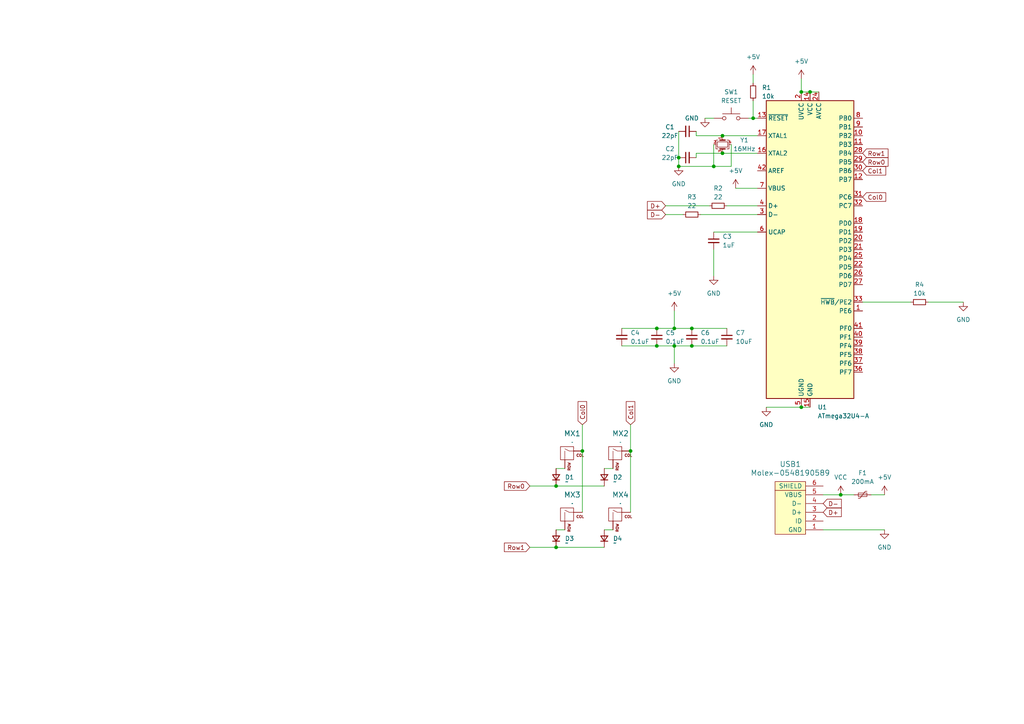
<source format=kicad_sch>
(kicad_sch (version 20230121) (generator eeschema)
  (paper "A4")
  (lib_symbols
    (symbol "Device:C_Small" (pin_numbers hide) (pin_names (offset 0.254) hide)
      (property "Reference" "C" (at 0.254 1.778 0))
      (property "Value" "C_Small" (at 0.254 -2.032 0))
      (symbol "C_Small_0_1"
        (polyline (pts (xy -1.524 -0.508) (xy 1.524 -0.508)) (stroke (width 0.3302)))
        (polyline (pts (xy -1.524 0.508) (xy 1.524 0.508)) (stroke (width 0.3048)))
      )
      (symbol "C_Small_1_1"
        (pin passive line (at 0 2.54 270) (length 2.032) (name "~") (number "1"))
        (pin passive line (at 0 -2.54 90) (length 2.032) (name "~") (number "2"))
      )
    )
    (symbol "Device:Crystal_GND24_Small" (pin_names (offset 1.016) hide)
      (property "Reference" "Y" (at 1.27 4.445 0))
      (property "Value" "Crystal_GND24_Small" (at 1.27 2.54 0))
      (symbol "Crystal_GND24_Small_0_1"
        (rectangle (start -0.762 -1.524) (end 0.762 1.524))
        (polyline (pts (xy -1.27 -0.762) (xy -1.27 0.762)) (stroke (width 0.381)))
        (polyline (pts (xy 1.27 -0.762) (xy 1.27 0.762)) (stroke (width 0.381)))
        (polyline (pts (xy -1.27 -1.27) (xy -1.27 -1.905) (xy 1.27 -1.905) (xy 1.27 -1.27)))
        (polyline (pts (xy -1.27 1.27) (xy -1.27 1.905) (xy 1.27 1.905) (xy 1.27 1.27)))
      )
      (symbol "Crystal_GND24_Small_1_1"
        (pin passive line (at -2.54 0 0) (length 1.27) (name "1") (number "1"))
        (pin passive line (at 0 -2.54 90) (length 0.635) (name "2") (number "2"))
        (pin passive line (at 2.54 0 180) (length 1.27) (name "3") (number "3"))
        (pin passive line (at 0 2.54 270) (length 0.635) (name "4") (number "4"))
      )
    )
    (symbol "Device:D_Small" (pin_numbers hide) (pin_names (offset 0.254) hide)
      (property "Reference" "D" (at -1.27 2.032 0))
      (property "Value" "D_Small" (at -3.81 -2.032 0))
      (symbol "D_Small_0_1"
        (polyline (pts (xy -0.762 -1.016) (xy -0.762 1.016)) (stroke (width 0.254)))
        (polyline (pts (xy -0.762 0) (xy 0.762 0)))
        (polyline (pts (xy 0.762 -1.016) (xy -0.762 0) (xy 0.762 1.016) (xy 0.762 -1.016)) (stroke (width 0.254)))
      )
      (symbol "D_Small_1_1"
        (pin passive line (at -2.54 0 0) (length 1.778) (name "K") (number "1"))
        (pin passive line (at 2.54 0 180) (length 1.778) (name "A") (number "2"))
      )
    )
    (symbol "Device:Polyfuse_Small" (pin_numbers hide) (pin_names (offset 0))
      (property "Reference" "F" (at -1.905 0 90))
      (property "Value" "Polyfuse_Small" (at 1.905 0 90))
      (symbol "Polyfuse_Small_0_1"
        (rectangle (start -0.508 1.27) (end 0.508 -1.27))
        (polyline (pts (xy 0 2.54) (xy 0 -2.54)))
        (polyline (pts (xy -1.016 1.27) (xy -1.016 0.762) (xy 1.016 -0.762) (xy 1.016 -1.27)))
      )
      (symbol "Polyfuse_Small_1_1"
        (pin passive line (at 0 2.54 270) (length 0.635) (name "~") (number "1"))
        (pin passive line (at 0 -2.54 90) (length 0.635) (name "~") (number "2"))
      )
    )
    (symbol "Device:R_Small" (pin_numbers hide) (pin_names (offset 0.254) hide)
      (property "Reference" "R" (at 0.762 0.508 0))
      (property "Value" "R_Small" (at 0.762 -1.016 0))
      (symbol "R_Small_0_1"
        (rectangle (start -0.762 1.778) (end 0.762 -1.778) (stroke (width 0.2032)))
      )
      (symbol "R_Small_1_1"
        (pin passive line (at 0 2.54 270) (length 0.762) (name "~") (number "1"))
        (pin passive line (at 0 -2.54 90) (length 0.762) (name "~") (number "2"))
      )
    )
    (symbol "MCU_Microchip_ATmega:ATmega32U4-A"
      (property "Reference" "U" (at -12.7 44.45 0))
      (property "Value" "ATmega32U4-A" (at 2.54 -44.45 0))
      (symbol "ATmega32U4-A_0_1"
        (rectangle (start -12.7 -43.18) (end 12.7 43.18) (stroke (width 0.254)) (fill (type background)))
      )
      (symbol "ATmega32U4-A_1_1"
        (pin bidirectional line (at 15.24 -17.78 180) (length 2.54) (name "PE6") (number "1"))
        (pin bidirectional line (at 15.24 33.02 180) (length 2.54) (name "PB2") (number "10"))
        (pin bidirectional line (at 15.24 30.48 180) (length 2.54) (name "PB3") (number "11"))
        (pin bidirectional line (at 15.24 20.32 180) (length 2.54) (name "PB7") (number "12"))
        (pin input line (at -15.24 38.1 0) (length 2.54) (name "~{RESET}") (number "13"))
        (pin power_in line (at 0 45.72 270) (length 2.54) (name "VCC") (number "14"))
        (pin power_in line (at 0 -45.72 90) (length 2.54) (name "GND") (number "15"))
        (pin output line (at -15.24 27.94 0) (length 2.54) (name "XTAL2") (number "16"))
        (pin input line (at -15.24 33.02 0) (length 2.54) (name "XTAL1") (number "17"))
        (pin bidirectional line (at 15.24 7.62 180) (length 2.54) (name "PD0") (number "18"))
        (pin bidirectional line (at 15.24 5.08 180) (length 2.54) (name "PD1") (number "19"))
        (pin power_in line (at -2.54 45.72 270) (length 2.54) (name "UVCC") (number "2"))
        (pin bidirectional line (at 15.24 2.54 180) (length 2.54) (name "PD2") (number "20"))
        (pin bidirectional line (at 15.24 0 180) (length 2.54) (name "PD3") (number "21"))
        (pin bidirectional line (at 15.24 -5.08 180) (length 2.54) (name "PD5") (number "22"))
        (pin passive line (at 0 -45.72 90) (length 2.54) hide (name "GND") (number "23"))
        (pin power_in line (at 2.54 45.72 270) (length 2.54) (name "AVCC") (number "24"))
        (pin bidirectional line (at 15.24 -2.54 180) (length 2.54) (name "PD4") (number "25"))
        (pin bidirectional line (at 15.24 -7.62 180) (length 2.54) (name "PD6") (number "26"))
        (pin bidirectional line (at 15.24 -10.16 180) (length 2.54) (name "PD7") (number "27"))
        (pin bidirectional line (at 15.24 27.94 180) (length 2.54) (name "PB4") (number "28"))
        (pin bidirectional line (at 15.24 25.4 180) (length 2.54) (name "PB5") (number "29"))
        (pin bidirectional line (at -15.24 10.16 0) (length 2.54) (name "D-") (number "3"))
        (pin bidirectional line (at 15.24 22.86 180) (length 2.54) (name "PB6") (number "30"))
        (pin bidirectional line (at 15.24 15.24 180) (length 2.54) (name "PC6") (number "31"))
        (pin bidirectional line (at 15.24 12.7 180) (length 2.54) (name "PC7") (number "32"))
        (pin bidirectional line (at 15.24 -15.24 180) (length 2.54) (name "~{HWB}/PE2") (number "33"))
        (pin passive line (at 0 45.72 270) (length 2.54) hide (name "VCC") (number "34"))
        (pin passive line (at 0 -45.72 90) (length 2.54) hide (name "GND") (number "35"))
        (pin bidirectional line (at 15.24 -35.56 180) (length 2.54) (name "PF7") (number "36"))
        (pin bidirectional line (at 15.24 -33.02 180) (length 2.54) (name "PF6") (number "37"))
        (pin bidirectional line (at 15.24 -30.48 180) (length 2.54) (name "PF5") (number "38"))
        (pin bidirectional line (at 15.24 -27.94 180) (length 2.54) (name "PF4") (number "39"))
        (pin bidirectional line (at -15.24 12.7 0) (length 2.54) (name "D+") (number "4"))
        (pin bidirectional line (at 15.24 -25.4 180) (length 2.54) (name "PF1") (number "40"))
        (pin bidirectional line (at 15.24 -22.86 180) (length 2.54) (name "PF0") (number "41"))
        (pin passive line (at -15.24 22.86 0) (length 2.54) (name "AREF") (number "42"))
        (pin passive line (at 0 -45.72 90) (length 2.54) hide (name "GND") (number "43"))
        (pin passive line (at 2.54 45.72 270) (length 2.54) hide (name "AVCC") (number "44"))
        (pin passive line (at -2.54 -45.72 90) (length 2.54) (name "UGND") (number "5"))
        (pin passive line (at -15.24 5.08 0) (length 2.54) (name "UCAP") (number "6"))
        (pin input line (at -15.24 17.78 0) (length 2.54) (name "VBUS") (number "7"))
        (pin bidirectional line (at 15.24 38.1 180) (length 2.54) (name "PB0") (number "8"))
        (pin bidirectional line (at 15.24 35.56 180) (length 2.54) (name "PB1") (number "9"))
      )
    )
    (symbol "MX_Alps_Hybrid:MX-NoLED" (pin_names (offset 1.016))
      (property "Reference" "MX" (at -0.635 3.81 0))
      (property "Value" "MX-NoLED" (at -0.635 1.27 0))
      (symbol "MX-NoLED_0_0"
        (rectangle (start -2.54 2.54) (end 1.27 -1.27))
        (polyline (pts (xy -1.27 -1.27) (xy -1.27 1.27)) (stroke (width 0.127)))
        (polyline (pts (xy 1.27 1.27) (xy 0 1.27) (xy -1.27 1.905)) (stroke (width 0.127)))
        (text "COL" (at 3.175 0 0) (effects (font (size 0.762 0.762))))
        (text "ROW" (at 0 -1.905 900) (effects (font (size 0.762 0.762)) (justify right)))
      )
      (symbol "MX-NoLED_1_1"
        (pin passive line (at 3.81 1.27 180) (length 2.54) (name "COL") (number "1"))
        (pin passive line (at -1.27 -3.81 90) (length 2.54) (name "ROW") (number "2"))
      )
    )
    (symbol "Switch:SW_Push" (pin_numbers hide) (pin_names (offset 1.016) hide)
      (property "Reference" "SW" (at 1.27 2.54 0))
      (property "Value" "SW_Push" (at 0 -1.524 0))
      (symbol "SW_Push_0_1"
        (circle (center -2.032 0) (radius 0.508))
        (polyline (pts (xy 0 1.27) (xy 0 3.048)))
        (polyline (pts (xy 2.54 1.27) (xy -2.54 1.27)))
        (circle (center 2.032 0) (radius 0.508))
        (pin passive line (at -5.08 0 0) (length 2.54) (name "1") (number "1"))
        (pin passive line (at 5.08 0 180) (length 2.54) (name "2") (number "2"))
      )
    )
    (symbol "power:+5V" (power) (pin_names (offset 0))
      (property "Value" "+5V" (at 0 3.556 0))
      (symbol "+5V_0_1"
        (polyline (pts (xy -0.762 1.27) (xy 0 2.54)))
        (polyline (pts (xy 0 0) (xy 0 2.54)))
        (polyline (pts (xy 0 2.54) (xy 0.762 1.27)))
      )
      (symbol "+5V_1_1"
        (pin power_in line (at 0 0 90) (length 0) hide (name "+5V") (number "1"))
      )
    )
    (symbol "power:GND" (power) (pin_names (offset 0))
      (property "Value" "GND" (at 0 -3.81 0))
      (symbol "GND_0_1"
        (polyline (pts (xy 0 0) (xy 0 -1.27) (xy 1.27 -1.27) (xy 0 -2.54) (xy -1.27 -1.27) (xy 0 -1.27)))
      )
      (symbol "GND_1_1"
        (pin power_in line (at 0 0 270) (length 0) hide (name "GND") (number "1"))
      )
    )
    (symbol "power:VCC" (power) (pin_names (offset 0))
      (property "Value" "VCC" (at 0 3.81 0))
      (symbol "VCC_0_1"
        (polyline (pts (xy -0.762 1.27) (xy 0 2.54)))
        (polyline (pts (xy 0 0) (xy 0 2.54)))
        (polyline (pts (xy 0 2.54) (xy 0.762 1.27)))
      )
      (symbol "VCC_1_1"
        (pin power_in line (at 0 0 90) (length 0) hide (name "VCC") (number "1"))
      )
    )
    (symbol "random-keyboard-parts:Molex-0548190589" (pin_names (offset 1.016))
      (property "Reference" "USB" (at 0 7.62 0))
      (property "Value" "Molex-0548190589" (at 0 10.16 0))
      (symbol "Molex-0548190589_0_0"
        (polyline (pts (xy 6.35 -2.54) (xy 6.35 6.35)))
        (rectangle (start 8.89 -2.54) (end -6.35 6.35) (fill (type background)))
      )
      (symbol "Molex-0548190589_1_1"
        (pin input line (at -5.08 -7.62 90) (length 5.08) (name "GND") (number "1"))
        (pin input line (at -2.54 -7.62 90) (length 5.08) (name "ID") (number "2"))
        (pin input line (at 0 -7.62 90) (length 5.08) (name "D+") (number "3"))
        (pin input line (at 2.54 -7.62 90) (length 5.08) (name "D-") (number "4"))
        (pin input line (at 5.08 -7.62 90) (length 5.08) (name "VBUS") (number "5"))
        (pin input line (at 7.62 -7.62 90) (length 5.08) (name "SHIELD") (number "6"))
      )
    )
  )
  (junction (at 161.29 140.97))
  (junction (at 182.88 130.81))
  (junction (at 200.66 100.33))
  (junction (at 232.41 26.67))
  (junction (at 161.29 158.75))
  (junction (at 196.85 45.72))
  (junction (at 190.5 95.25))
  (junction (at 190.5 100.33))
  (junction (at 207.01 48.26))
  (junction (at 209.55 39.37))
  (junction (at 243.84 143.51))
  (junction (at 209.55 44.45))
  (junction (at 195.58 95.25))
  (junction (at 168.91 130.81))
  (junction (at 218.44 34.29))
  (junction (at 232.41 118.11))
  (junction (at 200.66 95.25))
  (junction (at 196.85 48.26))
  (junction (at 195.58 100.33))
  (junction (at 234.95 26.67))
  (wire (pts (xy 161.29 140.97) (xy 153.67 140.97)))
  (wire (pts (xy 210.82 59.69) (xy 219.71 59.69)))
  (wire (pts (xy 204.47 34.29) (xy 207.01 34.29)))
  (wire (pts (xy 212.09 41.91) (xy 212.09 48.26)))
  (wire (pts (xy 161.29 158.75) (xy 175.26 158.75)))
  (wire (pts (xy 243.84 143.51) (xy 247.65 143.51)))
  (wire (pts (xy 195.58 95.25) (xy 200.66 95.25)))
  (wire (pts (xy 232.41 118.11) (xy 234.95 118.11)))
  (wire (pts (xy 195.58 90.17) (xy 195.58 95.25)))
  (wire (pts (xy 161.29 153.67) (xy 163.83 153.67)))
  (wire (pts (xy 190.5 100.33) (xy 195.58 100.33)))
  (wire (pts (xy 207.01 72.39) (xy 207.01 80.01)))
  (wire (pts (xy 193.04 62.23) (xy 198.12 62.23)))
  (wire (pts (xy 195.58 105.41) (xy 195.58 100.33)))
  (wire (pts (xy 168.91 123.19) (xy 168.91 130.81)))
  (wire (pts (xy 153.67 158.75) (xy 161.29 158.75)))
  (wire (pts (xy 203.2 62.23) (xy 219.71 62.23)))
  (wire (pts (xy 209.55 39.37) (xy 219.71 39.37)))
  (wire (pts (xy 193.04 59.69) (xy 205.74 59.69)))
  (wire (pts (xy 209.55 44.45) (xy 201.93 44.45)))
  (wire (pts (xy 200.66 100.33) (xy 210.82 100.33)))
  (wire (pts (xy 196.85 48.26) (xy 207.01 48.26)))
  (wire (pts (xy 269.24 87.63) (xy 279.4 87.63)))
  (wire (pts (xy 238.76 153.67) (xy 256.54 153.67)))
  (wire (pts (xy 252.73 143.51) (xy 256.54 143.51)))
  (wire (pts (xy 238.76 143.51) (xy 243.84 143.51)))
  (wire (pts (xy 207.01 41.91) (xy 207.01 48.26)))
  (wire (pts (xy 201.93 39.37) (xy 201.93 38.1)))
  (wire (pts (xy 209.55 44.45) (xy 219.71 44.45)))
  (wire (pts (xy 218.44 34.29) (xy 219.71 34.29)))
  (wire (pts (xy 196.85 45.72) (xy 196.85 48.26)))
  (wire (pts (xy 180.34 95.25) (xy 190.5 95.25)))
  (wire (pts (xy 168.91 130.81) (xy 168.91 148.59)))
  (wire (pts (xy 232.41 26.67) (xy 234.95 26.67)))
  (wire (pts (xy 209.55 39.37) (xy 201.93 39.37)))
  (wire (pts (xy 182.88 123.19) (xy 182.88 130.81)))
  (wire (pts (xy 213.36 54.61) (xy 219.71 54.61)))
  (wire (pts (xy 250.19 87.63) (xy 264.16 87.63)))
  (wire (pts (xy 175.26 135.89) (xy 177.8 135.89)))
  (wire (pts (xy 218.44 29.21) (xy 218.44 34.29)))
  (wire (pts (xy 161.29 140.97) (xy 175.26 140.97)))
  (wire (pts (xy 217.17 34.29) (xy 218.44 34.29)))
  (wire (pts (xy 182.88 130.81) (xy 182.88 148.59)))
  (wire (pts (xy 195.58 100.33) (xy 200.66 100.33)))
  (wire (pts (xy 212.09 48.26) (xy 207.01 48.26)))
  (wire (pts (xy 175.26 153.67) (xy 177.8 153.67)))
  (wire (pts (xy 201.93 44.45) (xy 201.93 45.72)))
  (wire (pts (xy 161.29 135.89) (xy 163.83 135.89)))
  (wire (pts (xy 196.85 38.1) (xy 196.85 45.72)))
  (wire (pts (xy 234.95 26.67) (xy 237.49 26.67)))
  (wire (pts (xy 218.44 21.59) (xy 218.44 24.13)))
  (wire (pts (xy 232.41 22.86) (xy 232.41 26.67)))
  (wire (pts (xy 207.01 67.31) (xy 219.71 67.31)))
  (wire (pts (xy 190.5 95.25) (xy 195.58 95.25)))
  (wire (pts (xy 200.66 95.25) (xy 210.82 95.25)))
  (wire (pts (xy 180.34 100.33) (xy 190.5 100.33)))
  (wire (pts (xy 222.25 118.11) (xy 232.41 118.11)))
  (global_label "Row1" (shape input) (at 250.19 44.45 0) (property "Intersheetrefs" "${INTERSHEET_REFS}" (effects hide)))
  (global_label "Col1" (shape input) (at 182.88 123.19 90) (property "Intersheetrefs" "${INTERSHEET_REFS}" (effects hide)))
  (global_label "D+" (shape input) (at 238.76 148.59 0) (property "Intersheetrefs" "${INTERSHEET_REFS}" (effects hide)))
  (global_label "Col0" (shape input) (at 168.91 123.19 90) (property "Intersheetrefs" "${INTERSHEET_REFS}" (effects hide)))
  (global_label "Row0" (shape input) (at 153.67 140.97 180) (property "Intersheetrefs" "${INTERSHEET_REFS}" (effects hide)))
  (global_label "Row0" (shape input) (at 250.19 46.99 0) (property "Intersheetrefs" "${INTERSHEET_REFS}" (effects hide)))
  (global_label "D-" (shape input) (at 193.04 62.23 180) (property "Intersheetrefs" "${INTERSHEET_REFS}" (effects hide)))
  (global_label "D+" (shape input) (at 193.04 59.69 180) (property "Intersheetrefs" "${INTERSHEET_REFS}" (effects hide)))
  (global_label "D-" (shape input) (at 238.76 146.05 0) (property "Intersheetrefs" "${INTERSHEET_REFS}" (effects hide)))
  (global_label "Col1" (shape input) (at 250.19 49.53 0) (property "Intersheetrefs" "${INTERSHEET_REFS}" (effects hide)))
  (global_label "Row1" (shape input) (at 153.67 158.75 180) (property "Intersheetrefs" "${INTERSHEET_REFS}" (effects hide)))
  (global_label "Col0" (shape input) (at 250.19 57.15 0) (property "Intersheetrefs" "${INTERSHEET_REFS}" (effects hide)))
  (symbol (lib_id "MX_Alps_Hybrid:MX-NoLED") (at 165.1 149.86 0) (unit 1)
    (property "Reference" "MX3" (at 165.9952 143.51 0) (effects (font (size 1.524 1.524))))
    (property "Value" "~" (at 165.9952 146.05 0) (effects (font (size 0.508 0.508))))
    (property "Footprint" "MX_Alps_Hybrid:MX-1U-NoLED" (effects hide))
  )
  (symbol (lib_id "power:GND") (at 222.25 118.11 0) (unit 1)
    (property "Reference" "#PWR010" (effects hide))
    (property "Value" "GND" (at 222.25 123.19 0))
  )
  (symbol (lib_id "Device:Crystal_GND24_Small") (at 209.55 41.91 270) (unit 1)
    (property "Reference" "Y1" (at 215.9 40.64 90))
    (property "Value" "16MHz" (at 215.9 43.18 90))
    (property "Footprint" "Crystal:Crystal_SMD_3225-4Pin_3.2x2.5mm" (effects hide))
  )
  (symbol (lib_id "Device:C_Small") (at 180.34 97.79 0) (unit 1)
    (property "Reference" "C4" (at 182.88 96.5263 0) (effects (justify left)))
    (property "Value" "0.1uF" (at 182.88 99.0663 0) (effects (justify left)))
    (property "Footprint" "Capacitor_SMD:C_0805_2012Metric" (effects hide))
  )
  (symbol (lib_id "Device:D_Small") (at 161.29 156.21 90) (unit 1)
    (property "Reference" "D3" (at 163.83 156.21 90) (effects (justify right)))
    (property "Value" "~" (at 163.83 157.48 90) (effects (justify right)))
    (property "Footprint" "Diode_SMD:D_SOD-123" (effects hide))
    (property "Sim.Device" "D" (effects hide))
    (property "Sim.Pins" "1=K 2=A" (effects hide))
  )
  (symbol (lib_id "power:+5V") (at 256.54 143.51 0) (unit 1)
    (property "Reference" "#PWR012" (effects hide))
    (property "Value" "+5V" (at 256.54 138.43 0))
  )
  (symbol (lib_id "Switch:SW_Push") (at 212.09 34.29 0) (unit 1)
    (property "Reference" "SW1" (at 212.09 26.67 0))
    (property "Value" "RESET" (at 212.09 29.21 0))
    (property "Footprint" "random-keyboard-parts:SKQG-1155865" (effects hide))
  )
  (symbol (lib_id "Device:C_Small") (at 199.39 38.1 270) (unit 1)
    (property "Reference" "C1" (at 194.31 36.83 90))
    (property "Value" "22pF" (at 194.31 39.37 90))
    (property "Footprint" "Capacitor_SMD:C_0805_2012Metric" (effects hide))
  )
  (symbol (lib_id "power:+5V") (at 232.41 22.86 0) (unit 1)
    (property "Reference" "#PWR02" (effects hide))
    (property "Value" "+5V" (at 232.41 17.78 0))
  )
  (symbol (lib_id "Device:C_Small") (at 210.82 97.79 0) (unit 1)
    (property "Reference" "C7" (at 213.36 96.5263 0) (effects (justify left)))
    (property "Value" "10uF" (at 213.36 99.0663 0) (effects (justify left)))
    (property "Footprint" "Capacitor_SMD:C_0805_2012Metric" (effects hide))
  )
  (symbol (lib_id "power:GND") (at 196.85 48.26 0) (unit 1)
    (property "Reference" "#PWR04" (effects hide))
    (property "Value" "GND" (at 196.85 53.34 0))
  )
  (symbol (lib_id "Device:D_Small") (at 175.26 156.21 90) (unit 1)
    (property "Reference" "D4" (at 177.8 156.21 90) (effects (justify right)))
    (property "Value" "~" (at 177.8 157.48 90) (effects (justify right)))
    (property "Footprint" "Diode_SMD:D_SOD-123" (effects hide))
    (property "Sim.Device" "D" (effects hide))
    (property "Sim.Pins" "1=K 2=A" (effects hide))
  )
  (symbol (lib_id "MX_Alps_Hybrid:MX-NoLED") (at 179.07 149.86 0) (unit 1)
    (property "Reference" "MX4" (at 179.9652 143.51 0) (effects (font (size 1.524 1.524))))
    (property "Value" "~" (at 179.9652 146.05 0) (effects (font (size 0.508 0.508))))
    (property "Footprint" "MX_Alps_Hybrid:MX-1U-NoLED" (effects hide))
  )
  (symbol (lib_id "Device:C_Small") (at 200.66 97.79 0) (unit 1)
    (property "Reference" "C6" (at 203.2 96.5263 0) (effects (justify left)))
    (property "Value" "0.1uF" (at 203.2 99.0663 0) (effects (justify left)))
    (property "Footprint" "Capacitor_SMD:C_0805_2012Metric" (effects hide))
  )
  (symbol (lib_id "Device:D_Small") (at 161.29 138.43 90) (unit 1)
    (property "Reference" "D1" (at 163.83 138.43 90) (effects (justify right)))
    (property "Value" "~" (at 163.83 139.7 90) (effects (justify right)))
    (property "Footprint" "Diode_SMD:D_SOD-123" (effects hide))
    (property "Sim.Device" "D" (effects hide))
    (property "Sim.Pins" "1=K 2=A" (effects hide))
  )
  (symbol (lib_id "Device:C_Small") (at 199.39 45.72 90) (unit 1)
    (property "Reference" "C2" (at 194.31 43.18 90))
    (property "Value" "22pF" (at 194.31 45.72 90))
    (property "Footprint" "Capacitor_SMD:C_0805_2012Metric" (effects hide))
  )
  (symbol (lib_id "Device:Polyfuse_Small") (at 250.19 143.51 90) (unit 1)
    (property "Reference" "F1" (at 250.19 137.16 90))
    (property "Value" "200mA" (at 250.19 139.7 90))
    (property "Footprint" "Fuse:Fuse_1206_3216Metric" (effects hide))
  )
  (symbol (lib_id "power:+5V") (at 218.44 21.59 0) (unit 1)
    (property "Reference" "#PWR01" (effects hide))
    (property "Value" "+5V" (at 218.44 16.51 0))
  )
  (symbol (lib_id "Device:R_Small") (at 208.28 59.69 90) (unit 1)
    (property "Reference" "R2" (at 208.28 54.61 90))
    (property "Value" "22" (at 208.28 57.15 90))
    (property "Footprint" "Resistor_SMD:R_0805_2012Metric" (effects hide))
  )
  (symbol (lib_id "power:+5V") (at 195.58 90.17 0) (unit 1)
    (property "Reference" "#PWR08" (effects hide))
    (property "Value" "+5V" (at 195.58 85.09 0))
  )
  (symbol (lib_id "power:GND") (at 256.54 153.67 0) (unit 1)
    (property "Reference" "#PWR013" (effects hide))
    (property "Value" "GND" (at 256.54 158.75 0))
  )
  (symbol (lib_id "Device:R_Small") (at 218.44 26.67 0) (unit 1)
    (property "Reference" "R1" (at 220.98 25.4 0) (effects (justify left)))
    (property "Value" "10k" (at 220.98 27.94 0) (effects (justify left)))
    (property "Footprint" "Resistor_SMD:R_0805_2012Metric" (effects hide))
  )
  (symbol (lib_id "power:GND") (at 279.4 87.63 0) (unit 1)
    (property "Reference" "#PWR07" (effects hide))
    (property "Value" "GND" (at 279.4 92.71 0))
  )
  (symbol (lib_id "power:+5V") (at 213.36 54.61 0) (unit 1)
    (property "Reference" "#PWR05" (effects hide))
    (property "Value" "+5V" (at 213.36 49.53 0))
  )
  (symbol (lib_id "MX_Alps_Hybrid:MX-NoLED") (at 179.07 132.08 0) (unit 1)
    (property "Reference" "MX2" (at 179.9652 125.73 0) (effects (font (size 1.524 1.524))))
    (property "Value" "~" (at 179.9652 128.27 0) (effects (font (size 0.508 0.508))))
    (property "Footprint" "MX_Alps_Hybrid:MX-1U-NoLED" (effects hide))
  )
  (symbol (lib_id "power:GND") (at 204.47 34.29 0) (unit 1)
    (property "Reference" "#PWR03" (effects hide))
    (property "Value" "GND" (at 200.66 34.29 0))
  )
  (symbol (lib_id "Device:C_Small") (at 190.5 97.79 0) (unit 1)
    (property "Reference" "C5" (at 193.04 96.5263 0) (effects (justify left)))
    (property "Value" "0.1uF" (at 193.04 99.0663 0) (effects (justify left)))
    (property "Footprint" "Capacitor_SMD:C_0805_2012Metric" (effects hide))
  )
  (symbol (lib_id "random-keyboard-parts:Molex-0548190589") (at 231.14 148.59 90) (unit 1)
    (property "Reference" "USB1" (at 229.235 134.62 90) (effects (font (size 1.524 1.524))))
    (property "Value" "Molex-0548190589" (at 229.235 137.16 90) (effects (font (size 1.524 1.524))))
    (property "Footprint" "random-keyboard-parts:Molex-0548190589" (effects hide))
  )
  (symbol (lib_id "Device:C_Small") (at 207.01 69.85 0) (unit 1)
    (property "Reference" "C3" (at 209.55 68.5863 0) (effects (justify left)))
    (property "Value" "1uF" (at 209.55 71.1263 0) (effects (justify left)))
    (property "Footprint" "Capacitor_SMD:C_0805_2012Metric" (effects hide))
  )
  (symbol (lib_id "power:GND") (at 207.01 80.01 0) (unit 1)
    (property "Reference" "#PWR06" (effects hide))
    (property "Value" "GND" (at 207.01 85.09 0))
  )
  (symbol (lib_id "Device:R_Small") (at 266.7 87.63 90) (unit 1)
    (property "Reference" "R4" (at 266.7 82.55 90))
    (property "Value" "10k" (at 266.7 85.09 90))
    (property "Footprint" "Resistor_SMD:R_0805_2012Metric" (effects hide))
  )
  (symbol (lib_id "Device:D_Small") (at 175.26 138.43 90) (unit 1)
    (property "Reference" "D2" (at 177.8 138.43 90) (effects (justify right)))
    (property "Value" "~" (at 177.8 139.7 90) (effects (justify right)))
    (property "Footprint" "Diode_SMD:D_SOD-123" (effects hide))
    (property "Sim.Device" "D" (effects hide))
    (property "Sim.Pins" "1=K 2=A" (effects hide))
  )
  (symbol (lib_id "power:GND") (at 195.58 105.41 0) (unit 1)
    (property "Reference" "#PWR09" (effects hide))
    (property "Value" "GND" (at 195.58 110.49 0))
  )
  (symbol (lib_id "MX_Alps_Hybrid:MX-NoLED") (at 165.1 132.08 0) (unit 1)
    (property "Reference" "MX1" (at 165.9952 125.73 0) (effects (font (size 1.524 1.524))))
    (property "Value" "~" (at 165.9952 128.27 0) (effects (font (size 0.508 0.508))))
    (property "Footprint" "MX_Alps_Hybrid:MX-1U-NoLED" (effects hide))
  )
  (symbol (lib_id "MCU_Microchip_ATmega:ATmega32U4-A") (at 234.95 72.39 0) (unit 1)
    (property "Reference" "U1" (at 237.1441 118.11 0) (effects (justify left)))
    (property "Value" "ATmega32U4-A" (at 237.1441 120.65 0) (effects (justify left)))
    (property "Footprint" "Package_QFP:TQFP-44_10x10mm_P0.8mm" (effects hide))
    (property "Datasheet" "http://ww1.microchip.com/downloads/en/DeviceDoc/Atmel-7766-8-bit-AVR-ATmega16U4-32U4_Datasheet.pdf" (effects hide))
  )
  (symbol (lib_id "power:VCC") (at 243.84 143.51 0) (unit 1)
    (property "Reference" "#PWR011" (effects hide))
    (property "Value" "VCC" (at 243.84 138.43 0))
  )
  (symbol (lib_id "Device:R_Small") (at 200.66 62.23 90) (unit 1)
    (property "Reference" "R3" (at 200.66 57.15 90))
    (property "Value" "22" (at 200.66 59.69 90))
    (property "Footprint" "Resistor_SMD:R_0805_2012Metric" (effects hide))
  )
)
</source>
